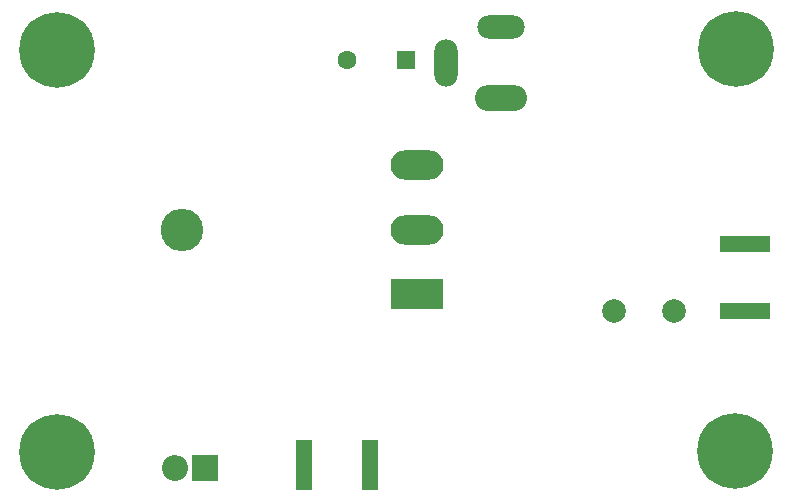
<source format=gbr>
%TF.GenerationSoftware,KiCad,Pcbnew,8.0.0-unknown-202403021604~8dce6c0b67~ubuntu22.04.1*%
%TF.CreationDate,2024-03-03T10:33:34+05:30*%
%TF.ProjectId,HF-PA-v10,48462d50-412d-4763-9130-2e6b69636164,rev?*%
%TF.SameCoordinates,Original*%
%TF.FileFunction,Soldermask,Bot*%
%TF.FilePolarity,Negative*%
%FSLAX46Y46*%
G04 Gerber Fmt 4.6, Leading zero omitted, Abs format (unit mm)*
G04 Created by KiCad (PCBNEW 8.0.0-unknown-202403021604~8dce6c0b67~ubuntu22.04.1) date 2024-03-03 10:33:34*
%MOMM*%
%LPD*%
G01*
G04 APERTURE LIST*
%ADD10C,2.000000*%
%ADD11C,0.800000*%
%ADD12C,6.400000*%
%ADD13R,4.200000X1.350000*%
%ADD14O,4.400000X2.200000*%
%ADD15O,4.000000X2.000000*%
%ADD16O,2.000000X4.000000*%
%ADD17R,1.600000X1.600000*%
%ADD18C,1.600000*%
%ADD19R,1.350000X4.200000*%
%ADD20O,3.600000X3.600000*%
%ADD21R,4.500000X2.500000*%
%ADD22O,4.500000X2.500000*%
%ADD23R,2.200000X2.200000*%
%ADD24O,2.200000X2.200000*%
G04 APERTURE END LIST*
D10*
%TO.C,L4*%
X193440000Y-88320000D03*
X198520000Y-88320000D03*
%TD*%
D11*
%TO.C,H3*%
X143872944Y-100222944D03*
X144575888Y-98525888D03*
X144575888Y-101920000D03*
X146272944Y-97822944D03*
D12*
X146272944Y-100222944D03*
D11*
X146272944Y-102622944D03*
X147970000Y-98525888D03*
X147970000Y-101920000D03*
X148672944Y-100222944D03*
%TD*%
D13*
%TO.C,RF_OUT1*%
X204477500Y-88285000D03*
X204477500Y-82635000D03*
%TD*%
D14*
%TO.C,Power1*%
X183850000Y-70312500D03*
D15*
X183850000Y-64312500D03*
D16*
X179150000Y-67312500D03*
%TD*%
D17*
%TO.C,C15*%
X175762651Y-67050000D03*
D18*
X170762651Y-67050000D03*
%TD*%
D11*
%TO.C,H4*%
X201242944Y-100172944D03*
X201945888Y-98475888D03*
X201945888Y-101870000D03*
X203642944Y-97772944D03*
D12*
X203642944Y-100172944D03*
D11*
X203642944Y-102572944D03*
X205340000Y-98475888D03*
X205340000Y-101870000D03*
X206042944Y-100172944D03*
%TD*%
D19*
%TO.C,RF_IN1*%
X167120000Y-101380000D03*
X172770000Y-101380000D03*
%TD*%
D20*
%TO.C,Q1*%
X156840000Y-81430000D03*
D21*
X176700000Y-86880000D03*
D22*
X176700000Y-81430000D03*
X176700000Y-75980000D03*
%TD*%
D23*
%TO.C,D1*%
X158768234Y-101650000D03*
D24*
X156228234Y-101650000D03*
%TD*%
D11*
%TO.C,H1*%
X143812944Y-66222944D03*
X144515888Y-64525888D03*
X144515888Y-67920000D03*
X146212944Y-63822944D03*
D12*
X146212944Y-66222944D03*
D11*
X146212944Y-68622944D03*
X147910000Y-64525888D03*
X147910000Y-67920000D03*
X148612944Y-66222944D03*
%TD*%
%TO.C,H2*%
X201352944Y-66177944D03*
X202055888Y-64480888D03*
X202055888Y-67875000D03*
X203752944Y-63777944D03*
D12*
X203752944Y-66177944D03*
D11*
X203752944Y-68577944D03*
X205450000Y-64480888D03*
X205450000Y-67875000D03*
X206152944Y-66177944D03*
%TD*%
M02*

</source>
